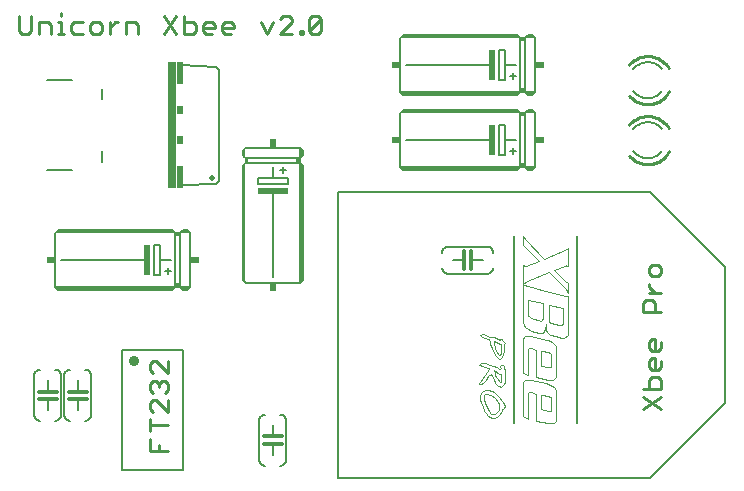
<source format=gto>
G75*
G70*
%OFA0B0*%
%FSLAX24Y24*%
%IPPOS*%
%LPD*%
%AMOC8*
5,1,8,0,0,1.08239X$1,22.5*
%
%ADD10C,0.0110*%
%ADD11C,0.0080*%
%ADD12C,0.0060*%
%ADD13C,0.0040*%
%ADD14C,0.0348*%
%ADD15C,0.0200*%
%ADD16R,0.0300X0.4200*%
%ADD17R,0.0200X0.0750*%
%ADD18R,0.0200X0.0300*%
%ADD19C,0.0100*%
%ADD20R,0.0200X0.1000*%
%ADD21C,0.0120*%
%ADD22R,0.0300X0.0200*%
%ADD23R,0.1000X0.0200*%
D10*
X005378Y001756D02*
X005378Y002149D01*
X005673Y001953D02*
X005673Y001756D01*
X005378Y001756D02*
X005969Y001756D01*
X005378Y002400D02*
X005378Y002794D01*
X005378Y002597D02*
X005969Y002597D01*
X005969Y003045D02*
X005575Y003439D01*
X005477Y003439D01*
X005378Y003340D01*
X005378Y003143D01*
X005477Y003045D01*
X005969Y003045D02*
X005969Y003439D01*
X005870Y003689D02*
X005969Y003788D01*
X005969Y003985D01*
X005870Y004083D01*
X005772Y004083D01*
X005673Y003985D01*
X005673Y003886D01*
X005673Y003985D02*
X005575Y004083D01*
X005477Y004083D01*
X005378Y003985D01*
X005378Y003788D01*
X005477Y003689D01*
X005477Y004334D02*
X005378Y004432D01*
X005378Y004629D01*
X005477Y004728D01*
X005575Y004728D01*
X005969Y004334D01*
X005969Y004728D01*
X021828Y003800D02*
X022419Y003800D01*
X022419Y004096D01*
X022320Y004194D01*
X022123Y004194D01*
X022025Y004096D01*
X022025Y003800D01*
X021828Y003549D02*
X022419Y003156D01*
X022419Y003549D02*
X021828Y003156D01*
X022123Y004445D02*
X022025Y004543D01*
X022025Y004740D01*
X022123Y004839D01*
X022222Y004839D01*
X022222Y004445D01*
X022320Y004445D02*
X022123Y004445D01*
X022320Y004445D02*
X022419Y004543D01*
X022419Y004740D01*
X022320Y005089D02*
X022123Y005089D01*
X022025Y005188D01*
X022025Y005385D01*
X022123Y005483D01*
X022222Y005483D01*
X022222Y005089D01*
X022320Y005089D02*
X022419Y005188D01*
X022419Y005385D01*
X022419Y006378D02*
X021828Y006378D01*
X021828Y006674D01*
X021927Y006772D01*
X022123Y006772D01*
X022222Y006674D01*
X022222Y006378D01*
X022222Y007023D02*
X022025Y007220D01*
X022025Y007318D01*
X022123Y007560D02*
X022320Y007560D01*
X022419Y007658D01*
X022419Y007855D01*
X022320Y007954D01*
X022123Y007954D01*
X022025Y007855D01*
X022025Y007658D01*
X022123Y007560D01*
X022025Y007023D02*
X022419Y007023D01*
X011090Y015754D02*
X010992Y015656D01*
X010795Y015656D01*
X010697Y015754D01*
X011090Y016148D01*
X011090Y015754D01*
X010697Y015754D02*
X010697Y016148D01*
X010795Y016246D01*
X010992Y016246D01*
X011090Y016148D01*
X010473Y015754D02*
X010473Y015656D01*
X010374Y015656D01*
X010374Y015754D01*
X010473Y015754D01*
X010123Y015656D02*
X009730Y015656D01*
X010123Y016049D01*
X010123Y016148D01*
X010025Y016246D01*
X009828Y016246D01*
X009730Y016148D01*
X009479Y016049D02*
X009282Y015656D01*
X009085Y016049D01*
X008190Y015951D02*
X008190Y015853D01*
X007796Y015853D01*
X007796Y015951D02*
X007796Y015754D01*
X007895Y015656D01*
X008091Y015656D01*
X008190Y015951D02*
X008091Y016049D01*
X007895Y016049D01*
X007796Y015951D01*
X007545Y015951D02*
X007545Y015853D01*
X007152Y015853D01*
X007152Y015951D02*
X007152Y015754D01*
X007250Y015656D01*
X007447Y015656D01*
X007545Y015951D02*
X007447Y016049D01*
X007250Y016049D01*
X007152Y015951D01*
X006901Y015951D02*
X006901Y015754D01*
X006802Y015656D01*
X006507Y015656D01*
X006507Y016246D01*
X006256Y016246D02*
X005863Y015656D01*
X006256Y015656D02*
X005863Y016246D01*
X006507Y016049D02*
X006802Y016049D01*
X006901Y015951D01*
X004967Y015951D02*
X004967Y015656D01*
X004967Y015951D02*
X004869Y016049D01*
X004574Y016049D01*
X004574Y015656D01*
X004332Y016049D02*
X004233Y016049D01*
X004036Y015853D01*
X004036Y016049D02*
X004036Y015656D01*
X003786Y015754D02*
X003786Y015951D01*
X003687Y016049D01*
X003490Y016049D01*
X003392Y015951D01*
X003392Y015754D01*
X003490Y015656D01*
X003687Y015656D01*
X003786Y015754D01*
X003141Y015656D02*
X002846Y015656D01*
X002747Y015754D01*
X002747Y015951D01*
X002846Y016049D01*
X003141Y016049D01*
X002515Y015656D02*
X002318Y015656D01*
X002416Y015656D02*
X002416Y016049D01*
X002318Y016049D01*
X002067Y015951D02*
X002067Y015656D01*
X002067Y015951D02*
X001968Y016049D01*
X001673Y016049D01*
X001673Y015656D01*
X001422Y015754D02*
X001422Y016246D01*
X001029Y016246D02*
X001029Y015754D01*
X001127Y015656D01*
X001324Y015656D01*
X001422Y015754D01*
X002416Y016246D02*
X002416Y016345D01*
D11*
X002789Y014097D02*
X001962Y014097D01*
X003773Y013821D02*
X003773Y013467D01*
X003773Y011735D02*
X003773Y011380D01*
X002789Y011105D02*
X001962Y011105D01*
X004450Y005109D02*
X006497Y005109D01*
X006497Y001093D01*
X004450Y001093D01*
X004450Y005109D01*
X011661Y000837D02*
X011661Y010365D01*
X022056Y010365D01*
X024547Y007874D01*
X024547Y003327D01*
X022056Y000837D01*
X011661Y000837D01*
D12*
X001524Y002951D02*
X001524Y004251D01*
X001526Y004277D01*
X001531Y004303D01*
X001539Y004328D01*
X001551Y004351D01*
X001565Y004373D01*
X001583Y004392D01*
X001602Y004410D01*
X001624Y004424D01*
X001647Y004436D01*
X001672Y004444D01*
X001698Y004449D01*
X001724Y004451D01*
X001974Y004101D02*
X001974Y003721D01*
X001974Y003471D02*
X001974Y003101D01*
X002224Y002751D02*
X002250Y002753D01*
X002276Y002758D01*
X002301Y002766D01*
X002324Y002778D01*
X002346Y002792D01*
X002365Y002810D01*
X002383Y002829D01*
X002397Y002851D01*
X002409Y002874D01*
X002417Y002899D01*
X002422Y002925D01*
X002424Y002951D01*
X002424Y004251D01*
X002524Y004251D02*
X002524Y002951D01*
X002526Y002925D01*
X002531Y002899D01*
X002539Y002874D01*
X002551Y002851D01*
X002565Y002829D01*
X002583Y002810D01*
X002602Y002792D01*
X002624Y002778D01*
X002647Y002766D01*
X002672Y002758D01*
X002698Y002753D01*
X002724Y002751D01*
X002974Y003101D02*
X002974Y003471D01*
X002974Y003721D02*
X002974Y004101D01*
X003224Y004451D02*
X003250Y004449D01*
X003276Y004444D01*
X003301Y004436D01*
X003324Y004424D01*
X003346Y004410D01*
X003365Y004392D01*
X003383Y004373D01*
X003397Y004351D01*
X003409Y004328D01*
X003417Y004303D01*
X003422Y004277D01*
X003424Y004251D01*
X003424Y002951D01*
X003422Y002925D01*
X003417Y002899D01*
X003409Y002874D01*
X003397Y002851D01*
X003383Y002829D01*
X003365Y002810D01*
X003346Y002792D01*
X003324Y002778D01*
X003301Y002766D01*
X003276Y002758D01*
X003250Y002753D01*
X003224Y002751D01*
X001724Y002751D02*
X001698Y002753D01*
X001672Y002758D01*
X001647Y002766D01*
X001624Y002778D01*
X001602Y002792D01*
X001583Y002810D01*
X001565Y002829D01*
X001551Y002851D01*
X001539Y002874D01*
X001531Y002899D01*
X001526Y002925D01*
X001524Y002951D01*
X002424Y004251D02*
X002422Y004277D01*
X002417Y004303D01*
X002409Y004328D01*
X002397Y004351D01*
X002383Y004373D01*
X002365Y004392D01*
X002346Y004410D01*
X002324Y004424D01*
X002301Y004436D01*
X002276Y004444D01*
X002250Y004449D01*
X002224Y004451D01*
X002524Y004251D02*
X002526Y004277D01*
X002531Y004303D01*
X002539Y004328D01*
X002551Y004351D01*
X002565Y004373D01*
X002583Y004392D01*
X002602Y004410D01*
X002624Y004424D01*
X002647Y004436D01*
X002672Y004444D01*
X002698Y004449D01*
X002724Y004451D01*
X002324Y007101D02*
X002224Y007201D01*
X002224Y009001D01*
X002274Y009051D01*
X002324Y009101D01*
X006124Y009101D01*
X006124Y009081D01*
X002324Y009081D01*
X002274Y009051D02*
X006174Y009051D01*
X006124Y009101D01*
X006174Y009051D02*
X006224Y009001D01*
X006224Y008981D01*
X006374Y008981D01*
X006374Y009001D01*
X006424Y009051D01*
X006674Y009051D01*
X006624Y009101D01*
X006624Y009081D01*
X006474Y009081D01*
X006474Y009101D02*
X006624Y009101D01*
X006674Y009051D02*
X006724Y009001D01*
X006724Y007201D01*
X006374Y007201D01*
X006224Y007201D01*
X002224Y007201D01*
X002324Y007101D02*
X006124Y007101D01*
X006224Y007201D01*
X006224Y007301D01*
X006224Y008951D01*
X006374Y008951D01*
X006374Y008981D01*
X006374Y009001D02*
X006224Y009001D01*
X006224Y008981D02*
X006224Y008951D01*
X006374Y008951D02*
X006374Y007301D01*
X006224Y007301D01*
X006374Y007301D02*
X006374Y007201D01*
X006474Y007101D01*
X006624Y007101D01*
X006724Y007201D01*
X005974Y007651D02*
X005974Y007851D01*
X006074Y007751D02*
X005874Y007751D01*
X005724Y007601D02*
X005524Y007601D01*
X005524Y008601D01*
X005724Y008601D01*
X005724Y008101D01*
X005724Y007601D01*
X005724Y008101D02*
X006074Y008101D01*
X005224Y008101D02*
X002424Y008101D01*
X006424Y009051D02*
X006474Y009101D01*
X006424Y010601D02*
X007574Y010651D01*
X007674Y010751D01*
X007674Y014451D01*
X007574Y014551D01*
X006424Y014601D01*
X008574Y011851D02*
X008524Y011801D01*
X008524Y011551D01*
X008574Y011501D01*
X008594Y011501D01*
X008594Y011351D01*
X008574Y011351D01*
X008524Y011301D01*
X008524Y007401D01*
X008474Y007451D01*
X008474Y011251D01*
X008494Y011251D01*
X008494Y007451D01*
X008524Y007401D02*
X008574Y007351D01*
X010374Y007351D01*
X010374Y011351D01*
X010374Y011501D01*
X010274Y011501D01*
X008624Y011501D01*
X008624Y011351D01*
X008594Y011351D01*
X008574Y011351D02*
X008574Y011501D01*
X008594Y011501D02*
X008624Y011501D01*
X008524Y011551D02*
X008474Y011601D01*
X008474Y011751D01*
X008494Y011751D01*
X008494Y011601D01*
X008474Y011751D02*
X008524Y011801D01*
X008574Y011851D02*
X010374Y011851D01*
X010374Y011501D01*
X010474Y011601D01*
X010474Y011751D01*
X010374Y011851D01*
X010274Y011501D02*
X010274Y011351D01*
X008624Y011351D01*
X008524Y011301D02*
X008474Y011251D01*
X008974Y010851D02*
X008974Y010651D01*
X009974Y010651D01*
X009974Y010851D01*
X009474Y010851D01*
X008974Y010851D01*
X009474Y010851D02*
X009474Y011201D01*
X009724Y011101D02*
X009924Y011101D01*
X009824Y011201D02*
X009824Y011001D01*
X010274Y011351D02*
X010374Y011351D01*
X010474Y011251D01*
X010474Y007451D01*
X010374Y007351D01*
X009474Y007551D02*
X009474Y010351D01*
X013724Y011201D02*
X013724Y013001D01*
X013774Y013051D01*
X013824Y013101D01*
X017624Y013101D01*
X017624Y013081D01*
X013824Y013081D01*
X013774Y013051D02*
X017674Y013051D01*
X017624Y013101D01*
X017674Y013051D02*
X017724Y013001D01*
X017724Y012981D01*
X017874Y012981D01*
X017874Y013001D01*
X017924Y013051D01*
X018174Y013051D01*
X018124Y013101D01*
X018124Y013081D01*
X017974Y013081D01*
X017974Y013101D02*
X018124Y013101D01*
X018174Y013051D02*
X018224Y013001D01*
X018224Y011201D01*
X017874Y011201D01*
X017724Y011201D01*
X013724Y011201D01*
X013824Y011101D01*
X017624Y011101D01*
X017724Y011201D01*
X017724Y011301D01*
X017724Y012951D01*
X017874Y012951D01*
X017874Y012981D01*
X017874Y013001D02*
X017724Y013001D01*
X017724Y012981D02*
X017724Y012951D01*
X017874Y012951D02*
X017874Y011301D01*
X017724Y011301D01*
X017874Y011301D02*
X017874Y011201D01*
X017974Y011101D01*
X018124Y011101D01*
X018224Y011201D01*
X017474Y011651D02*
X017474Y011851D01*
X017574Y011751D02*
X017374Y011751D01*
X017224Y011601D02*
X017224Y012101D01*
X017224Y012601D01*
X017024Y012601D01*
X017024Y011601D01*
X017224Y011601D01*
X017224Y012101D02*
X017574Y012101D01*
X016724Y012101D02*
X013924Y012101D01*
X013824Y013601D02*
X013724Y013701D01*
X013724Y015501D01*
X013774Y015551D01*
X013824Y015601D01*
X017624Y015601D01*
X017624Y015581D01*
X013824Y015581D01*
X013774Y015551D02*
X017674Y015551D01*
X017624Y015601D01*
X017674Y015551D02*
X017724Y015501D01*
X017724Y015481D01*
X017874Y015481D01*
X017874Y015501D01*
X017924Y015551D01*
X018174Y015551D01*
X018124Y015601D01*
X018124Y015581D01*
X017974Y015581D01*
X017974Y015601D02*
X018124Y015601D01*
X018174Y015551D02*
X018224Y015501D01*
X018224Y013701D01*
X017874Y013701D01*
X017724Y013701D01*
X013724Y013701D01*
X013824Y013601D02*
X017624Y013601D01*
X017724Y013701D01*
X017724Y013801D01*
X017724Y015451D01*
X017874Y015451D01*
X017874Y015481D01*
X017874Y015501D02*
X017724Y015501D01*
X017724Y015481D02*
X017724Y015451D01*
X017874Y015451D02*
X017874Y013801D01*
X017724Y013801D01*
X017874Y013801D02*
X017874Y013701D01*
X017974Y013601D01*
X018124Y013601D01*
X018224Y013701D01*
X017974Y013101D02*
X017924Y013051D01*
X017474Y014151D02*
X017474Y014351D01*
X017574Y014251D02*
X017374Y014251D01*
X017224Y014101D02*
X017224Y014601D01*
X017224Y015101D01*
X017024Y015101D01*
X017024Y014101D01*
X017224Y014101D01*
X017224Y014601D02*
X017574Y014601D01*
X016724Y014601D02*
X013924Y014601D01*
X017924Y015551D02*
X017974Y015601D01*
X021974Y014701D02*
X022019Y014699D01*
X022065Y014694D01*
X022109Y014686D01*
X022153Y014674D01*
X022196Y014658D01*
X022238Y014640D01*
X022278Y014618D01*
X022316Y014594D01*
X022352Y014567D01*
X022387Y014537D01*
X022418Y014504D01*
X022448Y014469D01*
X021974Y014701D02*
X021929Y014699D01*
X021883Y014694D01*
X021839Y014686D01*
X021795Y014674D01*
X021752Y014658D01*
X021710Y014640D01*
X021670Y014618D01*
X021632Y014594D01*
X021596Y014567D01*
X021561Y014537D01*
X021530Y014504D01*
X021500Y014469D01*
X021974Y013501D02*
X022020Y013503D01*
X022066Y013508D01*
X022112Y013517D01*
X022157Y013529D01*
X022200Y013545D01*
X022242Y013564D01*
X022283Y013587D01*
X022322Y013612D01*
X022358Y013640D01*
X022393Y013671D01*
X022425Y013705D01*
X022454Y013741D01*
X021974Y013501D02*
X021927Y013503D01*
X021879Y013509D01*
X021833Y013518D01*
X021787Y013531D01*
X021743Y013547D01*
X021699Y013567D01*
X021658Y013591D01*
X021619Y013617D01*
X021582Y013647D01*
X021547Y013680D01*
X021515Y013715D01*
X021486Y013752D01*
X021974Y012701D02*
X022019Y012699D01*
X022065Y012694D01*
X022109Y012686D01*
X022153Y012674D01*
X022196Y012658D01*
X022238Y012640D01*
X022278Y012618D01*
X022316Y012594D01*
X022352Y012567D01*
X022387Y012537D01*
X022418Y012504D01*
X022448Y012469D01*
X021974Y012701D02*
X021929Y012699D01*
X021883Y012694D01*
X021839Y012686D01*
X021795Y012674D01*
X021752Y012658D01*
X021710Y012640D01*
X021670Y012618D01*
X021632Y012594D01*
X021596Y012567D01*
X021561Y012537D01*
X021530Y012504D01*
X021500Y012469D01*
X021974Y011501D02*
X022020Y011503D01*
X022066Y011508D01*
X022112Y011517D01*
X022157Y011529D01*
X022200Y011545D01*
X022242Y011564D01*
X022283Y011587D01*
X022322Y011612D01*
X022358Y011640D01*
X022393Y011671D01*
X022425Y011705D01*
X022454Y011741D01*
X021974Y011501D02*
X021927Y011503D01*
X021879Y011509D01*
X021833Y011518D01*
X021787Y011531D01*
X021743Y011547D01*
X021699Y011567D01*
X021658Y011591D01*
X021619Y011617D01*
X021582Y011647D01*
X021547Y011680D01*
X021515Y011715D01*
X021486Y011752D01*
X019603Y008901D02*
X019603Y002673D01*
X017514Y002673D02*
X017514Y008901D01*
X016624Y008551D02*
X015324Y008551D01*
X015298Y008549D01*
X015272Y008544D01*
X015247Y008536D01*
X015224Y008524D01*
X015202Y008510D01*
X015183Y008492D01*
X015165Y008473D01*
X015151Y008451D01*
X015139Y008428D01*
X015131Y008403D01*
X015126Y008377D01*
X015124Y008351D01*
X015474Y008101D02*
X015844Y008101D01*
X016094Y008101D02*
X016474Y008101D01*
X016824Y008351D02*
X016822Y008377D01*
X016817Y008403D01*
X016809Y008428D01*
X016797Y008451D01*
X016783Y008473D01*
X016765Y008492D01*
X016746Y008510D01*
X016724Y008524D01*
X016701Y008536D01*
X016676Y008544D01*
X016650Y008549D01*
X016624Y008551D01*
X016824Y007851D02*
X016822Y007825D01*
X016817Y007799D01*
X016809Y007774D01*
X016797Y007751D01*
X016783Y007729D01*
X016765Y007710D01*
X016746Y007692D01*
X016724Y007678D01*
X016701Y007666D01*
X016676Y007658D01*
X016650Y007653D01*
X016624Y007651D01*
X015324Y007651D01*
X015298Y007653D01*
X015272Y007658D01*
X015247Y007666D01*
X015224Y007678D01*
X015202Y007692D01*
X015183Y007710D01*
X015165Y007729D01*
X015151Y007751D01*
X015139Y007774D01*
X015131Y007799D01*
X015126Y007825D01*
X015124Y007851D01*
X009924Y002751D02*
X009924Y001451D01*
X009922Y001425D01*
X009917Y001399D01*
X009909Y001374D01*
X009897Y001351D01*
X009883Y001329D01*
X009865Y001310D01*
X009846Y001292D01*
X009824Y001278D01*
X009801Y001266D01*
X009776Y001258D01*
X009750Y001253D01*
X009724Y001251D01*
X009474Y001601D02*
X009474Y001981D01*
X009474Y002231D02*
X009474Y002601D01*
X009724Y002951D02*
X009750Y002949D01*
X009776Y002944D01*
X009801Y002936D01*
X009824Y002924D01*
X009846Y002910D01*
X009865Y002892D01*
X009883Y002873D01*
X009897Y002851D01*
X009909Y002828D01*
X009917Y002803D01*
X009922Y002777D01*
X009924Y002751D01*
X009224Y002951D02*
X009198Y002949D01*
X009172Y002944D01*
X009147Y002936D01*
X009124Y002924D01*
X009102Y002910D01*
X009083Y002892D01*
X009065Y002873D01*
X009051Y002851D01*
X009039Y002828D01*
X009031Y002803D01*
X009026Y002777D01*
X009024Y002751D01*
X009024Y001451D01*
X009026Y001425D01*
X009031Y001399D01*
X009039Y001374D01*
X009051Y001351D01*
X009065Y001329D01*
X009083Y001310D01*
X009102Y001292D01*
X009124Y001278D01*
X009147Y001266D01*
X009172Y001258D01*
X009198Y001253D01*
X009224Y001251D01*
D13*
X016407Y003331D02*
X016385Y003490D01*
X016385Y003616D01*
X016445Y003709D01*
X016549Y003764D01*
X016659Y003759D01*
X016791Y003731D01*
X016834Y003715D01*
X016983Y003567D01*
X017158Y003359D01*
X017218Y003243D01*
X017218Y003238D02*
X017196Y003183D01*
X017152Y003145D01*
X017125Y003139D01*
X017103Y003063D01*
X017026Y002953D01*
X016950Y002860D01*
X016845Y002832D01*
X016774Y002843D01*
X016665Y002904D01*
X016582Y003008D01*
X016506Y003084D01*
X016473Y003227D01*
X016407Y003331D01*
X016566Y003337D02*
X016516Y003468D01*
X016511Y003600D01*
X016538Y003649D01*
X016593Y003644D01*
X016752Y003594D01*
X016878Y003501D01*
X016988Y003359D01*
X017032Y003298D01*
X017032Y003161D01*
X017010Y003095D01*
X016884Y002975D01*
X016752Y002975D01*
X016676Y003084D01*
X016610Y003200D01*
X016566Y003337D01*
X016418Y003978D02*
X016385Y003973D01*
X016352Y003989D01*
X016347Y004005D01*
X016379Y004049D01*
X016549Y004263D01*
X016686Y004466D01*
X016686Y004504D01*
X016648Y004515D01*
X016538Y004554D01*
X016440Y004587D01*
X016385Y004609D01*
X016352Y004609D01*
X016407Y004669D01*
X016489Y004674D01*
X016544Y004663D01*
X016719Y004614D01*
X016818Y004587D01*
X016955Y004526D01*
X017026Y004488D01*
X017065Y004471D01*
X017070Y004510D01*
X017037Y004554D01*
X017043Y004554D01*
X017065Y004570D01*
X017081Y004598D01*
X017103Y004609D01*
X017136Y004603D01*
X017169Y004570D01*
X017191Y004510D01*
X017218Y004439D01*
X017218Y004121D01*
X017202Y004055D01*
X017174Y003978D01*
X017147Y003934D01*
X017103Y003896D01*
X017076Y003885D01*
X017026Y003912D01*
X016983Y003912D01*
X016939Y003956D01*
X016900Y004016D01*
X016845Y004137D01*
X016774Y004252D01*
X016741Y004307D01*
X016659Y004225D01*
X016588Y004121D01*
X016527Y004044D01*
X016473Y004000D01*
X016418Y003978D01*
X016895Y004280D02*
X016878Y004362D01*
X016845Y004428D01*
X017032Y004323D01*
X017087Y004318D01*
X017087Y004121D01*
X017076Y004055D01*
X017043Y004038D01*
X017032Y004077D01*
X016977Y004132D01*
X016933Y004208D01*
X016895Y004280D01*
X017026Y004806D02*
X016977Y004828D01*
X016939Y004861D01*
X016895Y004926D01*
X016774Y005168D01*
X016725Y005294D01*
X016703Y005392D01*
X016697Y005425D01*
X016697Y005464D01*
X016648Y005480D01*
X016549Y005513D01*
X016462Y005541D01*
X016423Y005562D01*
X016401Y005573D01*
X016390Y005595D01*
X016407Y005623D01*
X016440Y005645D01*
X016478Y005645D01*
X016522Y005634D01*
X016626Y005584D01*
X016703Y005551D01*
X016774Y005541D01*
X016840Y005524D01*
X016928Y005497D01*
X016993Y005469D01*
X017037Y005442D01*
X017037Y005486D01*
X017131Y005486D01*
X017131Y005436D01*
X017163Y005392D01*
X017207Y005349D01*
X017180Y005299D01*
X017180Y005102D01*
X017163Y004943D01*
X017098Y004833D01*
X017048Y004806D01*
X017026Y004806D01*
X017032Y004932D02*
X017015Y004937D01*
X016993Y004965D01*
X016950Y005053D01*
X016900Y005124D01*
X016873Y005223D01*
X016845Y005294D01*
X016840Y005338D01*
X016840Y005403D01*
X017043Y005305D01*
X017070Y005294D01*
X017070Y005014D01*
X017043Y004948D01*
X017032Y004932D01*
X017810Y005442D02*
X017810Y004356D01*
X017997Y004280D01*
X017986Y004351D01*
X017986Y005140D01*
X018002Y005162D01*
X018041Y005168D01*
X018073Y005157D01*
X018260Y005113D01*
X018260Y004214D01*
X018638Y004121D01*
X018830Y004121D01*
X018852Y004143D01*
X018907Y004214D01*
X018929Y004274D01*
X018929Y005135D01*
X018923Y005168D01*
X018901Y005234D01*
X018846Y005321D01*
X018775Y005371D01*
X018644Y005436D01*
X018583Y005453D01*
X018095Y005562D01*
X018008Y005573D01*
X017953Y005573D01*
X017893Y005557D01*
X017854Y005530D01*
X017821Y005486D01*
X017810Y005442D01*
X017969Y005793D02*
X017876Y005875D01*
X017843Y005941D01*
X017810Y006045D01*
X017810Y007947D01*
X017871Y007914D01*
X017909Y007914D01*
X018342Y008090D01*
X017898Y008545D01*
X017810Y008594D01*
X017810Y008918D01*
X017909Y008781D01*
X018507Y008145D01*
X019269Y008457D01*
X019329Y008517D01*
X019329Y007914D01*
X019296Y007914D01*
X019263Y007931D01*
X019236Y007914D01*
X019208Y007914D01*
X018863Y007777D01*
X019247Y007388D01*
X019274Y007366D01*
X019307Y007350D01*
X019329Y007344D01*
X019329Y006999D01*
X019280Y007070D01*
X019241Y007125D01*
X019175Y007202D01*
X018693Y007717D01*
X017936Y007410D01*
X017816Y007322D01*
X017816Y007306D01*
X017849Y007273D01*
X017980Y007229D01*
X018227Y007163D01*
X018539Y007087D01*
X019121Y006944D01*
X019219Y006922D01*
X019329Y006922D01*
X019329Y005678D01*
X019312Y005612D01*
X019285Y005568D01*
X019225Y005535D01*
X019170Y005513D01*
X019077Y005513D01*
X019033Y005530D01*
X018759Y005595D01*
X018704Y005617D01*
X018622Y005699D01*
X018594Y005765D01*
X018572Y005853D01*
X018572Y005963D01*
X018550Y005804D01*
X018496Y005689D01*
X018485Y005683D01*
X018337Y005683D01*
X018095Y005743D01*
X018035Y005782D01*
X017969Y005793D01*
X018084Y006171D02*
X018052Y006193D01*
X018008Y006231D01*
X017997Y006253D01*
X017997Y006785D01*
X018479Y006659D01*
X018479Y006160D01*
X018463Y006116D01*
X018424Y006089D01*
X018408Y006089D01*
X018084Y006171D01*
X018677Y006072D02*
X018677Y006621D01*
X019143Y006505D01*
X019143Y006001D01*
X019115Y005952D01*
X019027Y005946D01*
X018737Y006023D01*
X018698Y006039D01*
X018677Y006072D01*
X018435Y005064D02*
X018430Y005058D01*
X018430Y004587D01*
X018666Y004526D01*
X018737Y004526D01*
X018753Y004543D01*
X018759Y004565D01*
X018759Y004954D01*
X018742Y004987D01*
X018704Y005009D01*
X018660Y005025D01*
X018435Y005064D01*
X018095Y004104D02*
X018008Y004115D01*
X017953Y004115D01*
X017893Y004099D01*
X017854Y004071D01*
X017821Y004027D01*
X017810Y003984D01*
X017810Y002898D01*
X017997Y002821D01*
X017986Y002893D01*
X017986Y003682D01*
X018002Y003704D01*
X018041Y003709D01*
X018073Y003699D01*
X018260Y003655D01*
X018260Y002756D01*
X018638Y002662D01*
X018830Y002662D01*
X018852Y002684D01*
X018907Y002756D01*
X018929Y002816D01*
X018929Y003677D01*
X018923Y003709D01*
X018901Y003775D01*
X018846Y003863D01*
X018775Y003912D01*
X018644Y003978D01*
X018583Y003995D01*
X018095Y004104D01*
X018435Y003605D02*
X018430Y003600D01*
X018430Y003128D01*
X018666Y003068D01*
X018737Y003068D01*
X018753Y003084D01*
X018759Y003106D01*
X018759Y003496D01*
X018742Y003529D01*
X018704Y003550D01*
X018660Y003567D01*
X018435Y003605D01*
D14*
X004834Y004754D03*
D15*
X007434Y010831D03*
D16*
X006124Y012601D03*
D17*
X006374Y014326D03*
X006374Y010876D03*
D18*
X006374Y012101D03*
X006374Y013101D03*
X009474Y012001D03*
X009474Y007201D03*
D19*
X021974Y011301D02*
X022028Y011303D01*
X022082Y011308D01*
X022135Y011317D01*
X022188Y011330D01*
X022239Y011346D01*
X022289Y011366D01*
X022338Y011389D01*
X022386Y011415D01*
X022431Y011444D01*
X022474Y011477D01*
X022515Y011512D01*
X022554Y011550D01*
X022590Y011590D01*
X022623Y011633D01*
X022653Y011678D01*
X022680Y011725D01*
X022669Y012498D02*
X022639Y012546D01*
X022606Y012591D01*
X022570Y012634D01*
X022532Y012675D01*
X022490Y012712D01*
X022446Y012747D01*
X022400Y012778D01*
X022351Y012807D01*
X022301Y012831D01*
X022249Y012852D01*
X022195Y012870D01*
X022141Y012883D01*
X022086Y012893D01*
X022030Y012899D01*
X021974Y012901D01*
X021921Y012899D01*
X021867Y012894D01*
X021815Y012885D01*
X021763Y012873D01*
X021712Y012857D01*
X021662Y012838D01*
X021613Y012815D01*
X021566Y012789D01*
X021521Y012761D01*
X021478Y012729D01*
X021438Y012695D01*
X021399Y012657D01*
X021363Y012618D01*
X021359Y011589D02*
X021395Y011549D01*
X021434Y011511D01*
X021475Y011476D01*
X021518Y011444D01*
X021563Y011414D01*
X021610Y011388D01*
X021659Y011366D01*
X021710Y011346D01*
X021761Y011330D01*
X021813Y011317D01*
X021867Y011308D01*
X021920Y011303D01*
X021974Y011301D01*
X022669Y014498D02*
X022639Y014546D01*
X022606Y014591D01*
X022570Y014634D01*
X022532Y014675D01*
X022490Y014712D01*
X022446Y014747D01*
X022400Y014778D01*
X022351Y014807D01*
X022301Y014831D01*
X022249Y014852D01*
X022195Y014870D01*
X022141Y014883D01*
X022086Y014893D01*
X022030Y014899D01*
X021974Y014901D01*
X021921Y014899D01*
X021867Y014894D01*
X021815Y014885D01*
X021763Y014873D01*
X021712Y014857D01*
X021662Y014838D01*
X021613Y014815D01*
X021566Y014789D01*
X021521Y014761D01*
X021478Y014729D01*
X021438Y014695D01*
X021399Y014657D01*
X021363Y014618D01*
X021974Y013301D02*
X022028Y013303D01*
X022082Y013308D01*
X022135Y013317D01*
X022188Y013330D01*
X022239Y013346D01*
X022289Y013366D01*
X022338Y013389D01*
X022386Y013415D01*
X022431Y013444D01*
X022474Y013477D01*
X022515Y013512D01*
X022554Y013550D01*
X022590Y013590D01*
X022623Y013633D01*
X022653Y013678D01*
X022680Y013725D01*
X021974Y013301D02*
X021920Y013303D01*
X021867Y013308D01*
X021813Y013317D01*
X021761Y013330D01*
X021710Y013346D01*
X021659Y013366D01*
X021610Y013388D01*
X021563Y013414D01*
X021518Y013444D01*
X021475Y013476D01*
X021434Y013511D01*
X021395Y013549D01*
X021359Y013589D01*
D20*
X016774Y014601D03*
X016774Y012101D03*
X005274Y008101D03*
D21*
X006274Y007251D02*
X006324Y007251D01*
X006474Y007151D02*
X006624Y007151D01*
X006124Y007151D02*
X002324Y007151D01*
X002274Y003721D02*
X001974Y003721D01*
X001674Y003721D01*
X001674Y003471D02*
X001974Y003471D01*
X002274Y003471D01*
X002674Y003471D02*
X002974Y003471D01*
X003274Y003471D01*
X003274Y003721D02*
X002974Y003721D01*
X002674Y003721D01*
X009174Y002231D02*
X009474Y002231D01*
X009774Y002231D01*
X009774Y001981D02*
X009474Y001981D01*
X009174Y001981D01*
X010424Y007451D02*
X010424Y011251D01*
X010324Y011401D02*
X010324Y011451D01*
X010424Y011601D02*
X010424Y011751D01*
X013824Y011151D02*
X017624Y011151D01*
X017774Y011251D02*
X017824Y011251D01*
X017974Y011151D02*
X018124Y011151D01*
X018124Y013651D02*
X017974Y013651D01*
X017824Y013751D02*
X017774Y013751D01*
X017624Y013651D02*
X013824Y013651D01*
X015844Y008401D02*
X015844Y008101D01*
X015844Y007801D01*
X016094Y007801D02*
X016094Y008101D01*
X016094Y008401D01*
D22*
X018374Y012101D03*
X018374Y014601D03*
X013574Y014601D03*
X013574Y012101D03*
X006874Y008101D03*
X002074Y008101D03*
D23*
X009474Y010401D03*
M02*

</source>
